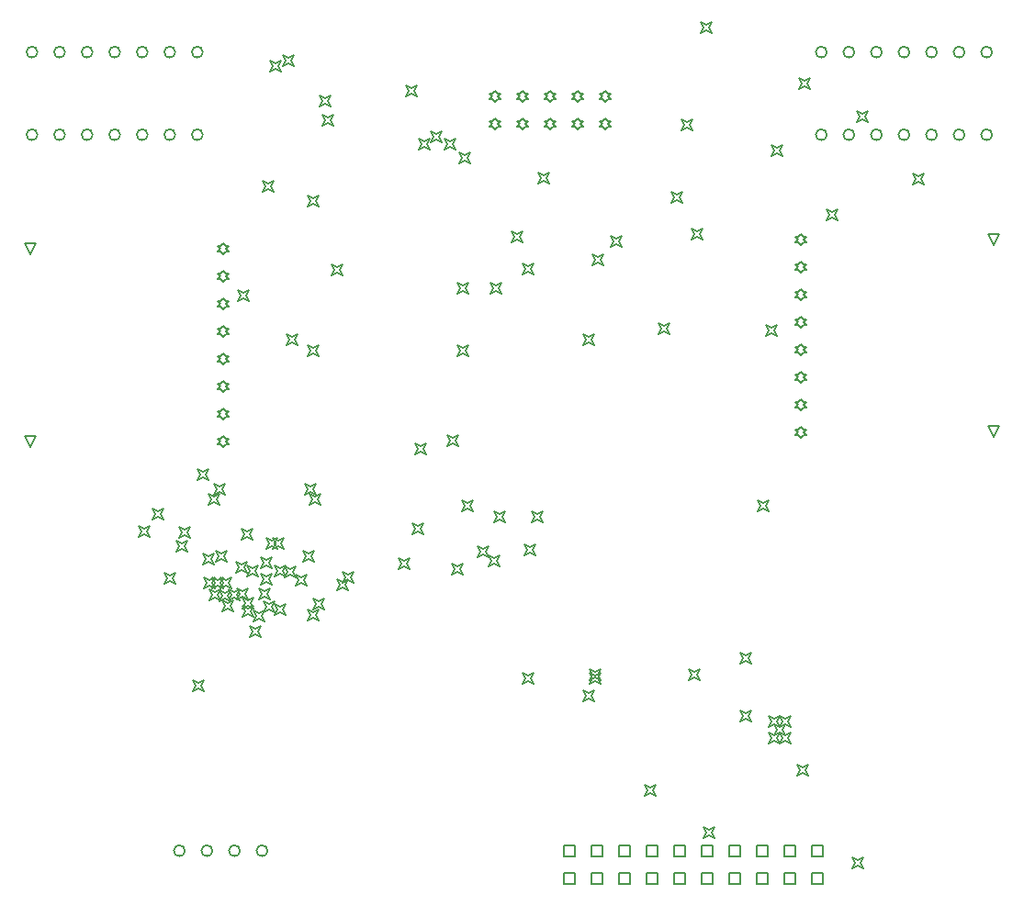
<source format=gbr>
%TF.GenerationSoftware,Altium Limited,Altium Designer,24.1.2 (44)*%
G04 Layer_Color=2752767*
%FSLAX45Y45*%
%MOMM*%
%TF.SameCoordinates,E01E6690-4C2E-4FB1-AE08-5A5A66155338*%
%TF.FilePolarity,Positive*%
%TF.FileFunction,Drawing*%
%TF.Part,Single*%
G01*
G75*
%TA.AperFunction,NonConductor*%
%ADD95C,0.12700*%
%ADD96C,0.16933*%
D95*
X10083790Y3530590D02*
Y3632190D01*
X10185390D01*
Y3530590D01*
X10083790D01*
X10337800Y3530600D02*
Y3632200D01*
X10439400D01*
Y3530600D01*
X10337800D01*
X10591800D02*
Y3632200D01*
X10693400D01*
Y3530600D01*
X10591800D01*
X10845800D02*
Y3632200D01*
X10947400D01*
Y3530600D01*
X10845800D01*
X11099800D02*
Y3632200D01*
X11201400D01*
Y3530600D01*
X11099800D01*
X11353800D02*
Y3632200D01*
X11455400D01*
Y3530600D01*
X11353800D01*
X11607790Y3530590D02*
Y3632190D01*
X11709390D01*
Y3530590D01*
X11607790D01*
X11861800Y3530600D02*
Y3632200D01*
X11963400D01*
Y3530600D01*
X11861800D01*
X12115800D02*
Y3632200D01*
X12217400D01*
Y3530600D01*
X12115800D01*
X12369800D02*
Y3632200D01*
X12471400D01*
Y3530600D01*
X12369800D01*
Y3276600D02*
Y3378200D01*
X12471400D01*
Y3276600D01*
X12369800D01*
X12115790Y3276590D02*
Y3378190D01*
X12217390D01*
Y3276590D01*
X12115790D01*
X11861800Y3276600D02*
Y3378200D01*
X11963400D01*
Y3276600D01*
X11861800D01*
X11607800D02*
Y3378200D01*
X11709400D01*
Y3276600D01*
X11607800D01*
X11353800D02*
Y3378200D01*
X11455400D01*
Y3276600D01*
X11353800D01*
X11099800D02*
Y3378200D01*
X11201400D01*
Y3276600D01*
X11099800D01*
X10845800D02*
Y3378200D01*
X10947400D01*
Y3276600D01*
X10845800D01*
X10591800D02*
Y3378200D01*
X10693400D01*
Y3276600D01*
X10591800D01*
X10337800D02*
Y3378200D01*
X10439400D01*
Y3276600D01*
X10337800D01*
X10083800D02*
Y3378200D01*
X10185400D01*
Y3276600D01*
X10083800D01*
X5168900Y7302500D02*
X5118100Y7404100D01*
X5219700D01*
X5168900Y7302500D01*
X5169809Y9078412D02*
X5119009Y9180012D01*
X5220609D01*
X5169809Y9078412D01*
X6946900Y9080500D02*
X6972300Y9105900D01*
X6997700D01*
X6972300Y9131300D01*
X6997700Y9156700D01*
X6972300D01*
X6946900Y9182100D01*
X6921500Y9156700D01*
X6896100D01*
X6921500Y9131300D01*
X6896100Y9105900D01*
X6921500D01*
X6946900Y9080500D01*
Y8826500D02*
X6972300Y8851900D01*
X6997700D01*
X6972300Y8877300D01*
X6997700Y8902700D01*
X6972300D01*
X6946900Y8928100D01*
X6921500Y8902700D01*
X6896100D01*
X6921500Y8877300D01*
X6896100Y8851900D01*
X6921500D01*
X6946900Y8826500D01*
Y8572500D02*
X6972300Y8597900D01*
X6997700D01*
X6972300Y8623300D01*
X6997700Y8648700D01*
X6972300D01*
X6946900Y8674100D01*
X6921500Y8648700D01*
X6896100D01*
X6921500Y8623300D01*
X6896100Y8597900D01*
X6921500D01*
X6946900Y8572500D01*
Y8318500D02*
X6972300Y8343900D01*
X6997700D01*
X6972300Y8369300D01*
X6997700Y8394700D01*
X6972300D01*
X6946900Y8420100D01*
X6921500Y8394700D01*
X6896100D01*
X6921500Y8369300D01*
X6896100Y8343900D01*
X6921500D01*
X6946900Y8318500D01*
Y8064500D02*
X6972300Y8089900D01*
X6997700D01*
X6972300Y8115300D01*
X6997700Y8140700D01*
X6972300D01*
X6946900Y8166100D01*
X6921500Y8140700D01*
X6896100D01*
X6921500Y8115300D01*
X6896100Y8089900D01*
X6921500D01*
X6946900Y8064500D01*
Y7810500D02*
X6972300Y7835900D01*
X6997700D01*
X6972300Y7861300D01*
X6997700Y7886700D01*
X6972300D01*
X6946900Y7912100D01*
X6921500Y7886700D01*
X6896100D01*
X6921500Y7861300D01*
X6896100Y7835900D01*
X6921500D01*
X6946900Y7810500D01*
Y7556500D02*
X6972300Y7581900D01*
X6997700D01*
X6972300Y7607300D01*
X6997700Y7632700D01*
X6972300D01*
X6946900Y7658100D01*
X6921500Y7632700D01*
X6896100D01*
X6921500Y7607300D01*
X6896100Y7581900D01*
X6921500D01*
X6946900Y7556500D01*
Y7302500D02*
X6972300Y7327900D01*
X6997700D01*
X6972300Y7353300D01*
X6997700Y7378700D01*
X6972300D01*
X6946900Y7404100D01*
X6921500Y7378700D01*
X6896100D01*
X6921500Y7353300D01*
X6896100Y7327900D01*
X6921500D01*
X6946900Y7302500D01*
X10464800Y10490200D02*
X10490200Y10515600D01*
X10515600D01*
X10490200Y10541000D01*
X10515600Y10566400D01*
X10490200D01*
X10464800Y10591800D01*
X10439400Y10566400D01*
X10414000D01*
X10439400Y10541000D01*
X10414000Y10515600D01*
X10439400D01*
X10464800Y10490200D01*
X10210800D02*
X10236200Y10515600D01*
X10261600D01*
X10236200Y10541000D01*
X10261600Y10566400D01*
X10236200D01*
X10210800Y10591800D01*
X10185400Y10566400D01*
X10160000D01*
X10185400Y10541000D01*
X10160000Y10515600D01*
X10185400D01*
X10210800Y10490200D01*
X9956800D02*
X9982200Y10515600D01*
X10007600D01*
X9982200Y10541000D01*
X10007600Y10566400D01*
X9982200D01*
X9956800Y10591800D01*
X9931400Y10566400D01*
X9906000D01*
X9931400Y10541000D01*
X9906000Y10515600D01*
X9931400D01*
X9956800Y10490200D01*
X9702800D02*
X9728200Y10515600D01*
X9753600D01*
X9728200Y10541000D01*
X9753600Y10566400D01*
X9728200D01*
X9702800Y10591800D01*
X9677400Y10566400D01*
X9652000D01*
X9677400Y10541000D01*
X9652000Y10515600D01*
X9677400D01*
X9702800Y10490200D01*
X9448800D02*
X9474200Y10515600D01*
X9499600D01*
X9474200Y10541000D01*
X9499600Y10566400D01*
X9474200D01*
X9448800Y10591800D01*
X9423400Y10566400D01*
X9398000D01*
X9423400Y10541000D01*
X9398000Y10515600D01*
X9423400D01*
X9448800Y10490200D01*
Y10236200D02*
X9474200Y10261600D01*
X9499600D01*
X9474200Y10287000D01*
X9499600Y10312400D01*
X9474200D01*
X9448800Y10337800D01*
X9423400Y10312400D01*
X9398000D01*
X9423400Y10287000D01*
X9398000Y10261600D01*
X9423400D01*
X9448800Y10236200D01*
X9702800D02*
X9728200Y10261600D01*
X9753600D01*
X9728200Y10287000D01*
X9753600Y10312400D01*
X9728200D01*
X9702800Y10337800D01*
X9677400Y10312400D01*
X9652000D01*
X9677400Y10287000D01*
X9652000Y10261600D01*
X9677400D01*
X9702800Y10236200D01*
X9956800D02*
X9982200Y10261600D01*
X10007600D01*
X9982200Y10287000D01*
X10007600Y10312400D01*
X9982200D01*
X9956800Y10337800D01*
X9931400Y10312400D01*
X9906000D01*
X9931400Y10287000D01*
X9906000Y10261600D01*
X9931400D01*
X9956800Y10236200D01*
X10210810Y10236210D02*
X10236210Y10261610D01*
X10261610D01*
X10236210Y10287010D01*
X10261610Y10312410D01*
X10236210D01*
X10210810Y10337810D01*
X10185410Y10312410D01*
X10160010D01*
X10185410Y10287010D01*
X10160010Y10261610D01*
X10185410D01*
X10210810Y10236210D01*
X10464800Y10236200D02*
X10490200Y10261600D01*
X10515600D01*
X10490200Y10287000D01*
X10515600Y10312400D01*
X10490200D01*
X10464800Y10337800D01*
X10439400Y10312400D01*
X10414000D01*
X10439400Y10287000D01*
X10414000Y10261600D01*
X10439400D01*
X10464800Y10236200D01*
X14046201Y9169400D02*
X13995399Y9271000D01*
X14097000D01*
X14046201Y9169400D01*
X14045291Y7393488D02*
X13994492Y7495088D01*
X14096091D01*
X14045291Y7393488D01*
X12268200Y7391400D02*
X12293600Y7416800D01*
X12319000D01*
X12293600Y7442200D01*
X12319000Y7467600D01*
X12293600D01*
X12268200Y7493000D01*
X12242800Y7467600D01*
X12217400D01*
X12242800Y7442200D01*
X12217400Y7416800D01*
X12242800D01*
X12268200Y7391400D01*
Y7645400D02*
X12293600Y7670800D01*
X12319000D01*
X12293600Y7696200D01*
X12319000Y7721600D01*
X12293600D01*
X12268200Y7747000D01*
X12242800Y7721600D01*
X12217400D01*
X12242800Y7696200D01*
X12217400Y7670800D01*
X12242800D01*
X12268200Y7645400D01*
Y7899400D02*
X12293600Y7924800D01*
X12319000D01*
X12293600Y7950200D01*
X12319000Y7975600D01*
X12293600D01*
X12268200Y8001000D01*
X12242800Y7975600D01*
X12217400D01*
X12242800Y7950200D01*
X12217400Y7924800D01*
X12242800D01*
X12268200Y7899400D01*
Y8153400D02*
X12293600Y8178800D01*
X12319000D01*
X12293600Y8204200D01*
X12319000Y8229600D01*
X12293600D01*
X12268200Y8255000D01*
X12242800Y8229600D01*
X12217400D01*
X12242800Y8204200D01*
X12217400Y8178800D01*
X12242800D01*
X12268200Y8153400D01*
Y8407400D02*
X12293600Y8432800D01*
X12319000D01*
X12293600Y8458200D01*
X12319000Y8483600D01*
X12293600D01*
X12268200Y8509000D01*
X12242800Y8483600D01*
X12217400D01*
X12242800Y8458200D01*
X12217400Y8432800D01*
X12242800D01*
X12268200Y8407400D01*
Y8661400D02*
X12293600Y8686800D01*
X12319000D01*
X12293600Y8712200D01*
X12319000Y8737600D01*
X12293600D01*
X12268200Y8763000D01*
X12242800Y8737600D01*
X12217400D01*
X12242800Y8712200D01*
X12217400Y8686800D01*
X12242800D01*
X12268200Y8661400D01*
Y8915400D02*
X12293600Y8940800D01*
X12319000D01*
X12293600Y8966200D01*
X12319000Y8991600D01*
X12293600D01*
X12268200Y9017000D01*
X12242800Y8991600D01*
X12217400D01*
X12242800Y8966200D01*
X12217400Y8940800D01*
X12242800D01*
X12268200Y8915400D01*
Y9169400D02*
X12293600Y9194800D01*
X12319000D01*
X12293600Y9220200D01*
X12319000Y9245600D01*
X12293600D01*
X12268200Y9271000D01*
X12242800Y9245600D01*
X12217400D01*
X12242800Y9220200D01*
X12217400Y9194800D01*
X12242800D01*
X12268200Y9169400D01*
X7721600Y5702300D02*
X7747000Y5753100D01*
X7721600Y5803900D01*
X7772400Y5778500D01*
X7823200Y5803900D01*
X7797800Y5753100D01*
X7823200Y5702300D01*
X7772400Y5727700D01*
X7721600Y5702300D01*
X7683500Y6248400D02*
X7708900Y6299200D01*
X7683500Y6350000D01*
X7734300Y6324600D01*
X7785100Y6350000D01*
X7759700Y6299200D01*
X7785100Y6248400D01*
X7734300Y6273800D01*
X7683500Y6248400D01*
X7402781Y6362700D02*
X7428181Y6413500D01*
X7402781Y6464300D01*
X7453581Y6438900D01*
X7504381Y6464300D01*
X7478981Y6413500D01*
X7504381Y6362700D01*
X7453581Y6388100D01*
X7402781Y6362700D01*
X7340600D02*
X7366000Y6413500D01*
X7340600Y6464300D01*
X7391400Y6438900D01*
X7442200Y6464300D01*
X7416800Y6413500D01*
X7442200Y6362700D01*
X7391400Y6388100D01*
X7340600Y6362700D01*
X8041320Y6047740D02*
X8066720Y6098540D01*
X8041320Y6149340D01*
X8092120Y6123940D01*
X8142920Y6149340D01*
X8117520Y6098540D01*
X8142920Y6047740D01*
X8092120Y6073140D01*
X8041320Y6047740D01*
X6933847Y5790847D02*
X6959247Y5841647D01*
X6933847Y5892447D01*
X6984647Y5867047D01*
X7035447Y5892447D01*
X7010047Y5841647D01*
X7035447Y5790847D01*
X6984647Y5816247D01*
X6933847Y5790847D01*
X7124700Y5740400D02*
X7150100Y5791200D01*
X7124700Y5842000D01*
X7175500Y5816600D01*
X7226300Y5842000D01*
X7200900Y5791200D01*
X7226300Y5740400D01*
X7175500Y5765800D01*
X7124700Y5740400D01*
X7225558Y5692246D02*
X7250958Y5743046D01*
X7225558Y5793846D01*
X7276358Y5768446D01*
X7327158Y5793846D01*
X7301758Y5743046D01*
X7327158Y5692246D01*
X7276358Y5717646D01*
X7225558Y5692246D01*
X7270295Y5897229D02*
X7295695Y5948029D01*
X7270295Y5998829D01*
X7321095Y5973429D01*
X7371895Y5998829D01*
X7346495Y5948029D01*
X7371895Y5897229D01*
X7321095Y5922629D01*
X7270295Y5897229D01*
X7315862Y5780856D02*
X7341262Y5831656D01*
X7315862Y5882456D01*
X7366662Y5857056D01*
X7417462Y5882456D01*
X7392062Y5831656D01*
X7417462Y5780856D01*
X7366662Y5806256D01*
X7315862Y5780856D01*
X7416800Y5753100D02*
X7442200Y5803900D01*
X7416800Y5854700D01*
X7467600Y5829300D01*
X7518400Y5854700D01*
X7493000Y5803900D01*
X7518400Y5753100D01*
X7467600Y5778500D01*
X7416800Y5753100D01*
X7419111Y6109899D02*
X7444511Y6160699D01*
X7419111Y6211499D01*
X7469911Y6186099D01*
X7520711Y6211499D01*
X7495311Y6160699D01*
X7520711Y6109899D01*
X7469911Y6135299D01*
X7419111Y6109899D01*
X7164116D02*
X7189516Y6160699D01*
X7164116Y6211499D01*
X7214916Y6186099D01*
X7265716Y6211499D01*
X7240316Y6160699D01*
X7265716Y6109899D01*
X7214916Y6135299D01*
X7164116Y6109899D01*
X7291614Y6187399D02*
X7317014Y6238199D01*
X7291614Y6288999D01*
X7342414Y6263599D01*
X7393214Y6288999D01*
X7367814Y6238199D01*
X7393214Y6187399D01*
X7342414Y6212799D01*
X7291614Y6187399D01*
Y6032398D02*
X7317014Y6083198D01*
X7291614Y6133998D01*
X7342414Y6108598D01*
X7393214Y6133998D01*
X7367814Y6083198D01*
X7393214Y6032398D01*
X7342414Y6057798D01*
X7291614Y6032398D01*
X6921500Y5999800D02*
X6946900Y6050600D01*
X6921500Y6101400D01*
X6972300Y6076000D01*
X7023100Y6101400D01*
X6997700Y6050600D01*
X7023100Y5999800D01*
X6972300Y6025200D01*
X6921500Y5999800D01*
X6769100D02*
X6794500Y6050600D01*
X6769100Y6101400D01*
X6819900Y6076000D01*
X6870700Y6101400D01*
X6845300Y6050600D01*
X6870700Y5999800D01*
X6819900Y6025200D01*
X6769100Y5999800D01*
X6845300D02*
X6870700Y6050600D01*
X6845300Y6101400D01*
X6896100Y6076000D01*
X6946900Y6101400D01*
X6921500Y6050600D01*
X6946900Y5999800D01*
X6896100Y6025200D01*
X6845300Y5999800D01*
X6400800Y6045200D02*
X6426200Y6096000D01*
X6400800Y6146800D01*
X6451600Y6121400D01*
X6502400Y6146800D01*
X6477000Y6096000D01*
X6502400Y6045200D01*
X6451600Y6070600D01*
X6400800Y6045200D01*
X6908800Y5880100D02*
X6934200Y5930900D01*
X6908800Y5981700D01*
X6959600Y5956300D01*
X7010400Y5981700D01*
X6985000Y5930900D01*
X7010400Y5880100D01*
X6959600Y5905500D01*
X6908800Y5880100D01*
X7124700Y5816600D02*
X7150100Y5867400D01*
X7124700Y5918200D01*
X7175500Y5892800D01*
X7226300Y5918200D01*
X7200900Y5867400D01*
X7226300Y5816600D01*
X7175500Y5842000D01*
X7124700Y5816600D01*
X7068820Y5895340D02*
X7094220Y5946140D01*
X7068820Y5996940D01*
X7119620Y5971540D01*
X7170420Y5996940D01*
X7145020Y5946140D01*
X7170420Y5895340D01*
X7119620Y5920740D01*
X7068820Y5895340D01*
X6997700Y5892800D02*
X7023100Y5943600D01*
X6997700Y5994400D01*
X7048500Y5969000D01*
X7099300Y5994400D01*
X7073900Y5943600D01*
X7099300Y5892800D01*
X7048500Y5918200D01*
X6997700Y5892800D01*
X6819900D02*
X6845300Y5943600D01*
X6819900Y5994400D01*
X6870700Y5969000D01*
X6921500Y5994400D01*
X6896100Y5943600D01*
X6921500Y5892800D01*
X6870700Y5918200D01*
X6819900Y5892800D01*
X7116613Y6453500D02*
X7142013Y6504300D01*
X7116613Y6555100D01*
X7167413Y6529700D01*
X7218213Y6555100D01*
X7192813Y6504300D01*
X7218213Y6453500D01*
X7167413Y6478900D01*
X7116613Y6453500D01*
X6515100Y6337300D02*
X6540500Y6388100D01*
X6515100Y6438900D01*
X6565900Y6413500D01*
X6616700Y6438900D01*
X6591300Y6388100D01*
X6616700Y6337300D01*
X6565900Y6362700D01*
X6515100Y6337300D01*
X6756400Y6223000D02*
X6781800Y6273800D01*
X6756400Y6324600D01*
X6807200Y6299200D01*
X6858000Y6324600D01*
X6832600Y6273800D01*
X6858000Y6223000D01*
X6807200Y6248400D01*
X6756400Y6223000D01*
X6167440Y6477000D02*
X6192840Y6527800D01*
X6167440Y6578600D01*
X6218240Y6553200D01*
X6269040Y6578600D01*
X6243640Y6527800D01*
X6269040Y6477000D01*
X6218240Y6502400D01*
X6167440Y6477000D01*
X6877921Y6248399D02*
X6903321Y6299199D01*
X6877921Y6349999D01*
X6928721Y6324599D01*
X6979521Y6349999D01*
X6954121Y6299199D01*
X6979521Y6248399D01*
X6928721Y6273799D01*
X6877921Y6248399D01*
X7061200Y6148070D02*
X7086600Y6198870D01*
X7061200Y6249670D01*
X7112000Y6224270D01*
X7162800Y6249670D01*
X7137400Y6198870D01*
X7162800Y6148070D01*
X7112000Y6173470D01*
X7061200Y6148070D01*
X7772400Y5803900D02*
X7797800Y5854700D01*
X7772400Y5905500D01*
X7823200Y5880100D01*
X7874000Y5905500D01*
X7848600Y5854700D01*
X7874000Y5803900D01*
X7823200Y5829300D01*
X7772400Y5803900D01*
X9405620Y8722360D02*
X9431020Y8773160D01*
X9405620Y8823960D01*
X9456420Y8798560D01*
X9507220Y8823960D01*
X9481820Y8773160D01*
X9507220Y8722360D01*
X9456420Y8747760D01*
X9405620Y8722360D01*
X10344902Y8978382D02*
X10370302Y9029182D01*
X10344902Y9079982D01*
X10395702Y9054582D01*
X10446502Y9079982D01*
X10421102Y9029182D01*
X10446502Y8978382D01*
X10395702Y9003782D01*
X10344902Y8978382D01*
X6711152Y7000712D02*
X6736552Y7051512D01*
X6711152Y7102312D01*
X6761952Y7076912D01*
X6812752Y7102312D01*
X6787352Y7051512D01*
X6812752Y7000712D01*
X6761952Y7026112D01*
X6711152Y7000712D01*
X8712200Y7233600D02*
X8737600Y7284400D01*
X8712200Y7335200D01*
X8763000Y7309800D01*
X8813800Y7335200D01*
X8788400Y7284400D01*
X8813800Y7233600D01*
X8763000Y7259000D01*
X8712200Y7233600D01*
X8563742Y6179820D02*
X8589142Y6230620D01*
X8563742Y6281420D01*
X8614542Y6256020D01*
X8665342Y6281420D01*
X8639942Y6230620D01*
X8665342Y6179820D01*
X8614542Y6205220D01*
X8563742Y6179820D01*
X7995920Y5984240D02*
X8021320Y6035040D01*
X7995920Y6085840D01*
X8046720Y6060440D01*
X8097520Y6085840D01*
X8072120Y6035040D01*
X8097520Y5984240D01*
X8046720Y6009640D01*
X7995920Y5984240D01*
X9144904Y6713220D02*
X9170304Y6764020D01*
X9144904Y6814820D01*
X9195704Y6789420D01*
X9246504Y6814820D01*
X9221104Y6764020D01*
X9246504Y6713220D01*
X9195704Y6738620D01*
X9144904Y6713220D01*
X8689340Y6497320D02*
X8714740Y6548120D01*
X8689340Y6598920D01*
X8740140Y6573520D01*
X8790940Y6598920D01*
X8765540Y6548120D01*
X8790940Y6497320D01*
X8740140Y6522720D01*
X8689340Y6497320D01*
X7498080Y10815320D02*
X7523480Y10866120D01*
X7498080Y10916920D01*
X7548880Y10891520D01*
X7599680Y10916920D01*
X7574280Y10866120D01*
X7599680Y10815320D01*
X7548880Y10840720D01*
X7498080Y10815320D01*
X7513320Y6098540D02*
X7538720Y6149340D01*
X7513320Y6200140D01*
X7564120Y6174740D01*
X7614920Y6200140D01*
X7589520Y6149340D01*
X7614920Y6098540D01*
X7564120Y6123940D01*
X7513320Y6098540D01*
X7741056Y6771640D02*
X7766456Y6822440D01*
X7741056Y6873240D01*
X7791856Y6847840D01*
X7842656Y6873240D01*
X7817256Y6822440D01*
X7842656Y6771640D01*
X7791856Y6797040D01*
X7741056Y6771640D01*
X6810853D02*
X6836253Y6822440D01*
X6810853Y6873240D01*
X6861653Y6847840D01*
X6912453Y6873240D01*
X6887053Y6822440D01*
X6912453Y6771640D01*
X6861653Y6797040D01*
X6810853Y6771640D01*
X6858000Y6863080D02*
X6883400Y6913880D01*
X6858000Y6964680D01*
X6908800Y6939280D01*
X6959600Y6964680D01*
X6934200Y6913880D01*
X6959600Y6863080D01*
X6908800Y6888480D01*
X6858000Y6863080D01*
X7698740D02*
X7724140Y6913880D01*
X7698740Y6964680D01*
X7749540Y6939280D01*
X7800340Y6964680D01*
X7774940Y6913880D01*
X7800340Y6863080D01*
X7749540Y6888480D01*
X7698740Y6863080D01*
X8981674Y10045700D02*
X9007074Y10096500D01*
X8981674Y10147300D01*
X9032474Y10121900D01*
X9083274Y10147300D01*
X9057874Y10096500D01*
X9083274Y10045700D01*
X9032474Y10071100D01*
X8981674Y10045700D01*
X7380082Y10770982D02*
X7405482Y10821782D01*
X7380082Y10872582D01*
X7430882Y10847182D01*
X7481682Y10872582D01*
X7456282Y10821782D01*
X7481682Y10770982D01*
X7430882Y10796382D01*
X7380082Y10770982D01*
X11350102Y11125200D02*
X11375502Y11176000D01*
X11350102Y11226800D01*
X11400902Y11201400D01*
X11451702Y11226800D01*
X11426302Y11176000D01*
X11451702Y11125200D01*
X11400902Y11150600D01*
X11350102Y11125200D01*
X10325100Y5156200D02*
X10350500Y5207000D01*
X10325100Y5257800D01*
X10375900Y5232400D01*
X10426700Y5257800D01*
X10401300Y5207000D01*
X10426700Y5156200D01*
X10375900Y5181600D01*
X10325100Y5156200D01*
X9288780Y6286500D02*
X9314180Y6337300D01*
X9288780Y6388100D01*
X9339580Y6362700D01*
X9390380Y6388100D01*
X9364980Y6337300D01*
X9390380Y6286500D01*
X9339580Y6311900D01*
X9288780Y6286500D01*
X7185660Y5553710D02*
X7211060Y5604510D01*
X7185660Y5655310D01*
X7236460Y5629910D01*
X7287260Y5655310D01*
X7261860Y5604510D01*
X7287260Y5553710D01*
X7236460Y5579110D01*
X7185660Y5553710D01*
X7614920Y6029960D02*
X7640320Y6080760D01*
X7614920Y6131560D01*
X7665720Y6106160D01*
X7716520Y6131560D01*
X7691120Y6080760D01*
X7716520Y6029960D01*
X7665720Y6055360D01*
X7614920Y6029960D01*
X9394901Y6206642D02*
X9420301Y6257442D01*
X9394901Y6308242D01*
X9445701Y6282842D01*
X9496501Y6308242D01*
X9471101Y6257442D01*
X9496501Y6206642D01*
X9445701Y6232042D01*
X9394901Y6206642D01*
X9052560Y6129020D02*
X9077960Y6179820D01*
X9052560Y6230620D01*
X9103360Y6205220D01*
X9154160Y6230620D01*
X9128760Y6179820D01*
X9154160Y6129020D01*
X9103360Y6154420D01*
X9052560Y6129020D01*
X10325100Y5120640D02*
X10350500Y5171440D01*
X10325100Y5222240D01*
X10375900Y5196840D01*
X10426700Y5222240D01*
X10401300Y5171440D01*
X10426700Y5120640D01*
X10375900Y5146040D01*
X10325100Y5120640D01*
X9705340D02*
X9730740Y5171440D01*
X9705340Y5222240D01*
X9756140Y5196840D01*
X9806940Y5222240D01*
X9781540Y5171440D01*
X9806940Y5120640D01*
X9756140Y5146040D01*
X9705340Y5120640D01*
X6540500Y6464300D02*
X6565900Y6515100D01*
X6540500Y6565900D01*
X6591300Y6540500D01*
X6642100Y6565900D01*
X6616700Y6515100D01*
X6642100Y6464300D01*
X6591300Y6489700D01*
X6540500Y6464300D01*
X9011920Y7310120D02*
X9037320Y7360920D01*
X9011920Y7411720D01*
X9062720Y7386320D01*
X9113520Y7411720D01*
X9088120Y7360920D01*
X9113520Y7310120D01*
X9062720Y7335520D01*
X9011920Y7310120D01*
X9705340Y8897620D02*
X9730740Y8948420D01*
X9705340Y8999220D01*
X9756140Y8973820D01*
X9806940Y8999220D01*
X9781540Y8948420D01*
X9806940Y8897620D01*
X9756140Y8923020D01*
X9705340Y8897620D01*
X12788900Y10299700D02*
X12814301Y10350500D01*
X12788900Y10401300D01*
X12839700Y10375900D01*
X12890500Y10401300D01*
X12865100Y10350500D01*
X12890500Y10299700D01*
X12839700Y10325100D01*
X12788900Y10299700D01*
X9103360Y8722360D02*
X9128760Y8773160D01*
X9103360Y8823960D01*
X9154160Y8798560D01*
X9204960Y8823960D01*
X9179560Y8773160D01*
X9204960Y8722360D01*
X9154160Y8747760D01*
X9103360Y8722360D01*
X13299440Y9723120D02*
X13324840Y9773920D01*
X13299440Y9824720D01*
X13350240Y9799320D01*
X13401041Y9824720D01*
X13375639Y9773920D01*
X13401041Y9723120D01*
X13350240Y9748520D01*
X13299440Y9723120D01*
X10520680Y9154160D02*
X10546080Y9204960D01*
X10520680Y9255760D01*
X10571480Y9230360D01*
X10622280Y9255760D01*
X10596880Y9204960D01*
X10622280Y9154160D01*
X10571480Y9179560D01*
X10520680Y9154160D01*
X9723120Y6306820D02*
X9748520Y6357620D01*
X9723120Y6408420D01*
X9773920Y6383020D01*
X9824720Y6408420D01*
X9799320Y6357620D01*
X9824720Y6306820D01*
X9773920Y6332220D01*
X9723120Y6306820D01*
X6294120Y6637172D02*
X6319520Y6687972D01*
X6294120Y6738772D01*
X6344920Y6713372D01*
X6395720Y6738772D01*
X6370320Y6687972D01*
X6395720Y6637172D01*
X6344920Y6662572D01*
X6294120Y6637172D01*
X7830617Y10444277D02*
X7856017Y10495077D01*
X7830617Y10545877D01*
X7881417Y10520477D01*
X7932217Y10545877D01*
X7906817Y10495077D01*
X7932217Y10444277D01*
X7881417Y10469677D01*
X7830617Y10444277D01*
X6667500Y5049520D02*
X6692900Y5100320D01*
X6667500Y5151120D01*
X6718300Y5125720D01*
X6769100Y5151120D01*
X6743700Y5100320D01*
X6769100Y5049520D01*
X6718300Y5074920D01*
X6667500Y5049520D01*
X11259820Y9220200D02*
X11285220Y9271000D01*
X11259820Y9321800D01*
X11310620Y9296400D01*
X11361420Y9321800D01*
X11336020Y9271000D01*
X11361420Y9220200D01*
X11310620Y9245600D01*
X11259820Y9220200D01*
X8745220Y10045700D02*
X8770620Y10096500D01*
X8745220Y10147300D01*
X8796020Y10121900D01*
X8846820Y10147300D01*
X8821420Y10096500D01*
X8846820Y10045700D01*
X8796020Y10071100D01*
X8745220Y10045700D01*
X12237720Y4272280D02*
X12263120Y4323080D01*
X12237720Y4373880D01*
X12288520Y4348480D01*
X12339320Y4373880D01*
X12313920Y4323080D01*
X12339320Y4272280D01*
X12288520Y4297680D01*
X12237720Y4272280D01*
X12509500Y9391650D02*
X12534900Y9442450D01*
X12509500Y9493250D01*
X12560300Y9467850D01*
X12611100Y9493250D01*
X12585700Y9442450D01*
X12611100Y9391650D01*
X12560300Y9417050D01*
X12509500Y9391650D01*
X7078980Y8648700D02*
X7104380Y8699500D01*
X7078980Y8750300D01*
X7129780Y8724900D01*
X7180580Y8750300D01*
X7155180Y8699500D01*
X7180580Y8648700D01*
X7129780Y8674100D01*
X7078980Y8648700D01*
X10956290Y8343900D02*
X10981690Y8394700D01*
X10956290Y8445500D01*
X11007090Y8420100D01*
X11057890Y8445500D01*
X11032490Y8394700D01*
X11057890Y8343900D01*
X11007090Y8369300D01*
X10956290Y8343900D01*
X7940040Y8890000D02*
X7965440Y8940800D01*
X7940040Y8991600D01*
X7990840Y8966200D01*
X8041640Y8991600D01*
X8016240Y8940800D01*
X8041640Y8890000D01*
X7990840Y8915400D01*
X7940040Y8890000D01*
X11950700Y8329930D02*
X11976100Y8380730D01*
X11950700Y8431530D01*
X12001500Y8406130D01*
X12052300Y8431530D01*
X12026900Y8380730D01*
X12052300Y8329930D01*
X12001500Y8355330D01*
X11950700Y8329930D01*
X12745720Y3416300D02*
X12771120Y3467100D01*
X12745720Y3517900D01*
X12796520Y3492500D01*
X12847321Y3517900D01*
X12821919Y3467100D01*
X12847321Y3416300D01*
X12796520Y3441700D01*
X12745720Y3416300D01*
X8854440Y10114280D02*
X8879840Y10165080D01*
X8854440Y10215880D01*
X8905240Y10190480D01*
X8956040Y10215880D01*
X8930640Y10165080D01*
X8956040Y10114280D01*
X8905240Y10139680D01*
X8854440Y10114280D01*
X9444904Y6606540D02*
X9470304Y6657340D01*
X9444904Y6708140D01*
X9495704Y6682740D01*
X9546504Y6708140D01*
X9521104Y6657340D01*
X9546504Y6606540D01*
X9495704Y6631940D01*
X9444904Y6606540D01*
X9790430D02*
X9815830Y6657340D01*
X9790430Y6708140D01*
X9841230Y6682740D01*
X9892030Y6708140D01*
X9866630Y6657340D01*
X9892030Y6606540D01*
X9841230Y6631940D01*
X9790430Y6606540D01*
X11240770Y5156200D02*
X11266170Y5207000D01*
X11240770Y5257800D01*
X11291570Y5232400D01*
X11342370Y5257800D01*
X11316970Y5207000D01*
X11342370Y5156200D01*
X11291570Y5181600D01*
X11240770Y5156200D01*
X11168380Y10226040D02*
X11193780Y10276840D01*
X11168380Y10327640D01*
X11219180Y10302240D01*
X11269980Y10327640D01*
X11244580Y10276840D01*
X11269980Y10226040D01*
X11219180Y10251440D01*
X11168380Y10226040D01*
X11071860Y9555480D02*
X11097260Y9606280D01*
X11071860Y9657080D01*
X11122660Y9631680D01*
X11173460Y9657080D01*
X11148060Y9606280D01*
X11173460Y9555480D01*
X11122660Y9580880D01*
X11071860Y9555480D01*
X12001500Y9992360D02*
X12026900Y10043160D01*
X12001500Y10093960D01*
X12052300Y10068560D01*
X12103100Y10093960D01*
X12077700Y10043160D01*
X12103100Y9992360D01*
X12052300Y10017760D01*
X12001500Y9992360D01*
X10833100Y4086860D02*
X10858500Y4137660D01*
X10833100Y4188460D01*
X10883900Y4163060D01*
X10934700Y4188460D01*
X10909300Y4137660D01*
X10934700Y4086860D01*
X10883900Y4112260D01*
X10833100Y4086860D01*
X11871960Y6715760D02*
X11897360Y6766560D01*
X11871960Y6817360D01*
X11922760Y6791960D01*
X11973560Y6817360D01*
X11948160Y6766560D01*
X11973560Y6715760D01*
X11922760Y6741160D01*
X11871960Y6715760D01*
X10264140Y4955540D02*
X10289540Y5006340D01*
X10264140Y5057140D01*
X10314940Y5031740D01*
X10365740Y5057140D01*
X10340340Y5006340D01*
X10365740Y4955540D01*
X10314940Y4980940D01*
X10264140Y4955540D01*
X12252960Y10604500D02*
X12278360Y10655300D01*
X12252960Y10706100D01*
X12303760Y10680700D01*
X12354560Y10706100D01*
X12329160Y10655300D01*
X12354560Y10604500D01*
X12303760Y10629900D01*
X12252960Y10604500D01*
X9603740Y9194800D02*
X9629140Y9245600D01*
X9603740Y9296400D01*
X9654540Y9271000D01*
X9705340Y9296400D01*
X9679940Y9245600D01*
X9705340Y9194800D01*
X9654540Y9220200D01*
X9603740Y9194800D01*
X9847580Y9735820D02*
X9872980Y9786620D01*
X9847580Y9837420D01*
X9898380Y9812020D01*
X9949180Y9837420D01*
X9923780Y9786620D01*
X9949180Y9735820D01*
X9898380Y9761220D01*
X9847580Y9735820D01*
X8628380Y10541000D02*
X8653780Y10591800D01*
X8628380Y10642600D01*
X8679180Y10617200D01*
X8729980Y10642600D01*
X8704580Y10591800D01*
X8729980Y10541000D01*
X8679180Y10566400D01*
X8628380Y10541000D01*
X9117015Y9918700D02*
X9142415Y9969500D01*
X9117015Y10020300D01*
X9167815Y9994900D01*
X9218615Y10020300D01*
X9193215Y9969500D01*
X9218615Y9918700D01*
X9167815Y9944100D01*
X9117015Y9918700D01*
X7720401Y9522460D02*
X7745801Y9573260D01*
X7720401Y9624060D01*
X7771201Y9598660D01*
X7822001Y9624060D01*
X7796601Y9573260D01*
X7822001Y9522460D01*
X7771201Y9547860D01*
X7720401Y9522460D01*
X7307580Y9662160D02*
X7332980Y9712960D01*
X7307580Y9763760D01*
X7358380Y9738360D01*
X7409180Y9763760D01*
X7383780Y9712960D01*
X7409180Y9662160D01*
X7358380Y9687560D01*
X7307580Y9662160D01*
X7861818Y10268702D02*
X7887218Y10319502D01*
X7861818Y10370302D01*
X7912618Y10344902D01*
X7963418Y10370302D01*
X7938018Y10319502D01*
X7963418Y10268702D01*
X7912618Y10294102D01*
X7861818Y10268702D01*
X11371580Y3695700D02*
X11396980Y3746500D01*
X11371580Y3797300D01*
X11422380Y3771900D01*
X11473180Y3797300D01*
X11447780Y3746500D01*
X11473180Y3695700D01*
X11422380Y3721100D01*
X11371580Y3695700D01*
X7531100Y8242300D02*
X7556500Y8293100D01*
X7531100Y8343900D01*
X7581900Y8318500D01*
X7632700Y8343900D01*
X7607300Y8293100D01*
X7632700Y8242300D01*
X7581900Y8267700D01*
X7531100Y8242300D01*
X10266680D02*
X10292080Y8293100D01*
X10266680Y8343900D01*
X10317480Y8318500D01*
X10368280Y8343900D01*
X10342880Y8293100D01*
X10368280Y8242300D01*
X10317480Y8267700D01*
X10266680Y8242300D01*
X11711940Y5309799D02*
X11737340Y5360599D01*
X11711940Y5411399D01*
X11762740Y5385999D01*
X11813540Y5411399D01*
X11788140Y5360599D01*
X11813540Y5309799D01*
X11762740Y5335199D01*
X11711940Y5309799D01*
Y4773930D02*
X11737340Y4824730D01*
X11711940Y4875530D01*
X11762740Y4850130D01*
X11813540Y4875530D01*
X11788140Y4824730D01*
X11813540Y4773930D01*
X11762740Y4799330D01*
X11711940Y4773930D01*
X7726299Y8140700D02*
X7751699Y8191500D01*
X7726299Y8242300D01*
X7777099Y8216900D01*
X7827899Y8242300D01*
X7802499Y8191500D01*
X7827899Y8140700D01*
X7777099Y8166100D01*
X7726299Y8140700D01*
X9105900D02*
X9131300Y8191500D01*
X9105900Y8242300D01*
X9156700Y8216900D01*
X9207500Y8242300D01*
X9182100Y8191500D01*
X9207500Y8140700D01*
X9156700Y8166100D01*
X9105900Y8140700D01*
X12026900Y4648200D02*
X12052300Y4699000D01*
X12026900Y4749800D01*
X12077700Y4724400D01*
X12128500Y4749800D01*
X12103100Y4699000D01*
X12128500Y4648200D01*
X12077700Y4673600D01*
X12026900Y4648200D01*
X11976903Y4573199D02*
X12002303Y4623999D01*
X11976903Y4674799D01*
X12027703Y4649399D01*
X12078503Y4674799D01*
X12053103Y4623999D01*
X12078503Y4573199D01*
X12027703Y4598599D01*
X11976903Y4573199D01*
X12076902D02*
X12102302Y4623999D01*
X12076902Y4674799D01*
X12127702Y4649399D01*
X12178502Y4674799D01*
X12153102Y4623999D01*
X12178502Y4573199D01*
X12127702Y4598599D01*
X12076902Y4573199D01*
Y4723201D02*
X12102302Y4774001D01*
X12076902Y4824801D01*
X12127702Y4799401D01*
X12178502Y4824801D01*
X12153102Y4774001D01*
X12178502Y4723201D01*
X12127702Y4748601D01*
X12076902Y4723201D01*
X11976903D02*
X12002303Y4774001D01*
X11976903Y4824801D01*
X12027703Y4799401D01*
X12078503Y4824801D01*
X12053103Y4774001D01*
X12078503Y4723201D01*
X12027703Y4748601D01*
X11976903Y4723201D01*
D96*
X6591300Y3581400D02*
G03*
X6591300Y3581400I-50800J0D01*
G01*
X6845300D02*
G03*
X6845300Y3581400I-50800J0D01*
G01*
X7099300D02*
G03*
X7099300Y3581400I-50800J0D01*
G01*
X7353300D02*
G03*
X7353300Y3581400I-50800J0D01*
G01*
X12509500Y10185400D02*
G03*
X12509500Y10185400I-50800J0D01*
G01*
X12763500D02*
G03*
X12763500Y10185400I-50800J0D01*
G01*
X13017500D02*
G03*
X13017500Y10185400I-50800J0D01*
G01*
X13271500D02*
G03*
X13271500Y10185400I-50800J0D01*
G01*
X13525500D02*
G03*
X13525500Y10185400I-50800J0D01*
G01*
X13779500D02*
G03*
X13779500Y10185400I-50800J0D01*
G01*
X14033501D02*
G03*
X14033501Y10185400I-50800J0D01*
G01*
X12509500Y10947400D02*
G03*
X12509500Y10947400I-50800J0D01*
G01*
X12763500D02*
G03*
X12763500Y10947400I-50800J0D01*
G01*
X13017500D02*
G03*
X13017500Y10947400I-50800J0D01*
G01*
X13271500D02*
G03*
X13271500Y10947400I-50800J0D01*
G01*
X13525500D02*
G03*
X13525500Y10947400I-50800J0D01*
G01*
X13779500D02*
G03*
X13779500Y10947400I-50800J0D01*
G01*
X14033501D02*
G03*
X14033501Y10947400I-50800J0D01*
G01*
X5232400Y10185400D02*
G03*
X5232400Y10185400I-50800J0D01*
G01*
X5486400D02*
G03*
X5486400Y10185400I-50800J0D01*
G01*
X5740400D02*
G03*
X5740400Y10185400I-50800J0D01*
G01*
X5994400D02*
G03*
X5994400Y10185400I-50800J0D01*
G01*
X6248400D02*
G03*
X6248400Y10185400I-50800J0D01*
G01*
X6502400D02*
G03*
X6502400Y10185400I-50800J0D01*
G01*
X6756400D02*
G03*
X6756400Y10185400I-50800J0D01*
G01*
X5232400Y10947400D02*
G03*
X5232400Y10947400I-50800J0D01*
G01*
X5486400D02*
G03*
X5486400Y10947400I-50800J0D01*
G01*
X5740400D02*
G03*
X5740400Y10947400I-50800J0D01*
G01*
X5994400D02*
G03*
X5994400Y10947400I-50800J0D01*
G01*
X6248400D02*
G03*
X6248400Y10947400I-50800J0D01*
G01*
X6502400D02*
G03*
X6502400Y10947400I-50800J0D01*
G01*
X6756400D02*
G03*
X6756400Y10947400I-50800J0D01*
G01*
%TF.MD5,5a8b160eb68dccafd181b2ac677856fb*%
M02*

</source>
